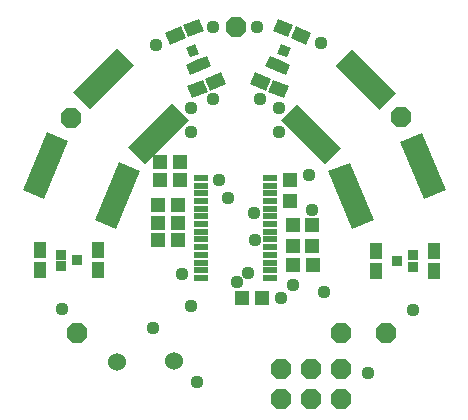
<source format=gbs>
G75*
G70*
%OFA0B0*%
%FSLAX24Y24*%
%IPPOS*%
%LPD*%
%AMOC8*
5,1,8,0,0,1.08239X$1,22.5*
%
%ADD10R,0.0470X0.0200*%
%ADD11R,0.0434X0.0572*%
%ADD12R,0.0336X0.0336*%
%ADD13R,0.0375X0.0375*%
%ADD14R,0.0336X0.0336*%
%ADD15R,0.0375X0.0375*%
%ADD16C,0.0600*%
%ADD17OC8,0.0680*%
%ADD18R,0.0780X0.2080*%
%ADD19R,0.0513X0.0474*%
%ADD20R,0.0474X0.0513*%
%ADD21C,0.0440*%
D10*
X006763Y005987D03*
X006763Y006243D03*
X006763Y006498D03*
X006763Y006754D03*
X006763Y007010D03*
X006763Y007266D03*
X006763Y007522D03*
X006763Y007778D03*
X006763Y008034D03*
X006763Y008290D03*
X006763Y008546D03*
X006763Y008802D03*
X006763Y009057D03*
X006763Y009313D03*
X009060Y009313D03*
X009060Y009057D03*
X009060Y008802D03*
X009060Y008546D03*
X009060Y008290D03*
X009060Y008034D03*
X009060Y007778D03*
X009060Y007522D03*
X009060Y007266D03*
X009060Y007010D03*
X009060Y006754D03*
X009060Y006498D03*
X009060Y006243D03*
X009060Y005987D03*
D11*
X012597Y006225D03*
X012597Y006875D03*
X014526Y006875D03*
X014526Y006225D03*
G36*
X008995Y012194D02*
X009161Y012594D01*
X009689Y012376D01*
X009523Y011976D01*
X008995Y012194D01*
G37*
G36*
X008395Y012442D02*
X008561Y012842D01*
X009089Y012624D01*
X008923Y012224D01*
X008395Y012442D01*
G37*
G36*
X007050Y012224D02*
X006884Y012624D01*
X007412Y012842D01*
X007578Y012442D01*
X007050Y012224D01*
G37*
G36*
X006449Y011976D02*
X006283Y012376D01*
X006811Y012594D01*
X006977Y012194D01*
X006449Y011976D01*
G37*
G36*
X005711Y013758D02*
X005545Y014158D01*
X006073Y014376D01*
X006239Y013976D01*
X005711Y013758D01*
G37*
G36*
X006311Y014006D02*
X006145Y014406D01*
X006673Y014624D01*
X006839Y014224D01*
X006311Y014006D01*
G37*
G36*
X009133Y014224D02*
X009299Y014624D01*
X009827Y014406D01*
X009661Y014006D01*
X009133Y014224D01*
G37*
G36*
X009734Y013976D02*
X009900Y014376D01*
X010428Y014158D01*
X010262Y013758D01*
X009734Y013976D01*
G37*
X003301Y006900D03*
X003301Y006250D03*
X001371Y006250D03*
X001371Y006900D03*
D12*
G36*
X006366Y013336D02*
X006237Y013645D01*
X006546Y013774D01*
X006675Y013465D01*
X006366Y013336D01*
G37*
G36*
X009298Y013465D02*
X009427Y013774D01*
X009736Y013645D01*
X009607Y013336D01*
X009298Y013465D01*
G37*
D13*
G36*
X008897Y013034D02*
X009040Y013379D01*
X009385Y013236D01*
X009242Y012891D01*
X008897Y013034D01*
G37*
G36*
X009242Y012891D02*
X009385Y013236D01*
X009730Y013093D01*
X009587Y012748D01*
X009242Y012891D01*
G37*
G36*
X006731Y012891D02*
X006588Y013236D01*
X006933Y013379D01*
X007076Y013034D01*
X006731Y012891D01*
G37*
G36*
X006385Y012748D02*
X006242Y013093D01*
X006587Y013236D01*
X006730Y012891D01*
X006385Y012748D01*
G37*
D14*
X002612Y006575D03*
X013286Y006550D03*
D15*
X013817Y006363D03*
X013817Y006737D03*
X002080Y006762D03*
X002080Y006388D03*
D16*
X003961Y003197D03*
X005861Y003203D03*
D17*
X002611Y004150D03*
X009411Y002950D03*
X009411Y001950D03*
X010411Y001950D03*
X010411Y002950D03*
X011411Y002950D03*
X011411Y001950D03*
X011411Y004150D03*
X012911Y004150D03*
X013411Y011350D03*
X007911Y014350D03*
X002411Y011300D03*
D18*
G36*
X003965Y013644D02*
X004517Y013092D01*
X003047Y011622D01*
X002495Y012174D01*
X003965Y013644D01*
G37*
G36*
X005797Y011813D02*
X006349Y011261D01*
X004879Y009791D01*
X004327Y010343D01*
X005797Y011813D01*
G37*
G36*
X003925Y007631D02*
X003204Y007930D01*
X003999Y009851D01*
X004720Y009552D01*
X003925Y007631D01*
G37*
G36*
X001532Y008622D02*
X000811Y008921D01*
X001606Y010842D01*
X002327Y010543D01*
X001532Y008622D01*
G37*
G36*
X011424Y010315D02*
X010872Y009763D01*
X009402Y011233D01*
X009954Y011785D01*
X011424Y010315D01*
G37*
G36*
X010995Y009532D02*
X011716Y009831D01*
X012511Y007910D01*
X011790Y007611D01*
X010995Y009532D01*
G37*
G36*
X013387Y010523D02*
X014108Y010822D01*
X014903Y008901D01*
X014182Y008602D01*
X013387Y010523D01*
G37*
G36*
X013256Y012146D02*
X012704Y011594D01*
X011234Y013064D01*
X011786Y013616D01*
X013256Y012146D01*
G37*
D19*
X010461Y007735D03*
X009811Y007735D03*
X009811Y007065D03*
X010461Y007065D03*
X006046Y009250D03*
X006046Y009850D03*
X005377Y009850D03*
X005377Y009250D03*
X005327Y008400D03*
X005327Y007800D03*
X005327Y007250D03*
X005996Y007250D03*
X005996Y007800D03*
X005996Y008400D03*
D20*
X008127Y005300D03*
X008796Y005300D03*
X009827Y006400D03*
X010496Y006400D03*
X009711Y008565D03*
X009711Y009235D03*
D21*
X010361Y009400D03*
X010461Y008250D03*
X008511Y008150D03*
X007661Y008650D03*
X007361Y009250D03*
X006411Y010850D03*
X006411Y011650D03*
X007161Y011950D03*
X008711Y011950D03*
X009361Y011650D03*
X009361Y010850D03*
X010761Y013800D03*
X008611Y014350D03*
X007161Y014350D03*
X005261Y013750D03*
X008561Y007250D03*
X008311Y006150D03*
X007961Y005850D03*
X009411Y005300D03*
X009811Y005750D03*
X010861Y005500D03*
X012311Y002800D03*
X013811Y004900D03*
X006611Y002500D03*
X005161Y004300D03*
X006411Y005050D03*
X006111Y006100D03*
X002111Y004950D03*
M02*

</source>
